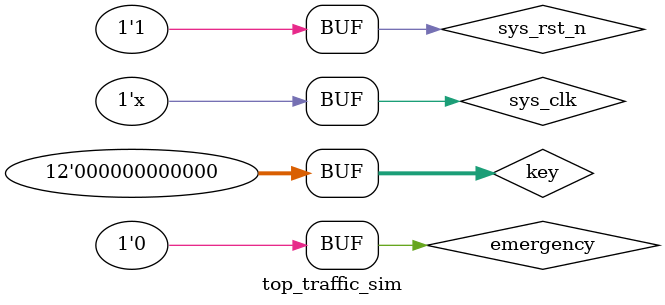
<source format=v>

                                                                                
// Verilog Test Bench template for design : top_traffic
// 
// Simulation tool : ModelSim-Altera (Verilog)
// 

`timescale 1 ps/ 1 ps
module top_traffic_sim();
// constants                                           
reg [11:0] key;
reg sys_clk;
reg sys_rst_n;
reg emergency;
// wires                                               
wire [5:0]  led;
wire [7:0]  seg_led;
wire [3:0]  sel;

// assign statements (if any)                          
top_traffic i1( 
	.emergency(emergency),
	.key(key),
	.led(led),
	.seg_led(seg_led),
	.sel(sel),
	.sys_clk(sys_clk),
	.sys_rst_n(sys_rst_n)
);

initial begin
    sys_clk        <= 1'b0;
    sys_rst_n      <= 1'b1;
	emergency      <= 1'b0;
	key            <= 12'b0000_0000_0000;
	# 20 sys_rst_n <= 1'b0;
    # 20 sys_rst_n <= 1'b1;
end

always # 10 sys_clk = ~sys_clk; 
                                                                                             
endmodule


</source>
